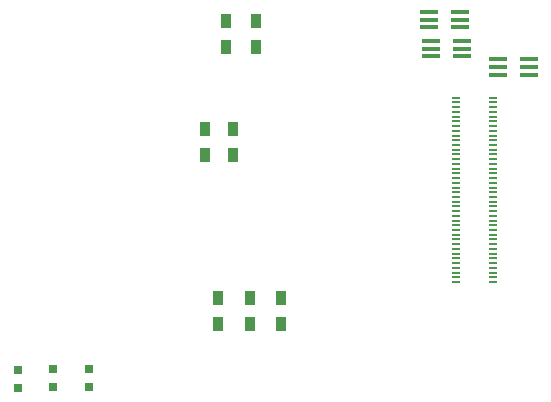
<source format=gtp>
G04 #@! TF.FileFunction,Paste,Top*
%FSLAX46Y46*%
G04 Gerber Fmt 4.6, Leading zero omitted, Abs format (unit mm)*
G04 Created by KiCad (PCBNEW 4.0.1-stable) date Tuesday, April 12, 2016 'PMt' 11:18:50 PM*
%MOMM*%
G01*
G04 APERTURE LIST*
%ADD10C,0.100000*%
%ADD11R,0.700000X0.200000*%
%ADD12R,1.501140X0.398780*%
%ADD13R,0.797560X0.797560*%
%ADD14R,0.900000X1.200000*%
G04 APERTURE END LIST*
D10*
D11*
X161190000Y-100200000D03*
X161190000Y-100600000D03*
X161190000Y-101000000D03*
X161190000Y-101400000D03*
X161190000Y-101800000D03*
X161190000Y-102200000D03*
X161190000Y-102600000D03*
X161190000Y-103000000D03*
X161190000Y-103400000D03*
X161190000Y-103800000D03*
X161190000Y-107800000D03*
X161190000Y-107400000D03*
X161190000Y-107000000D03*
X161190000Y-106600000D03*
X161190000Y-106200000D03*
X161190000Y-105800000D03*
X161190000Y-105400000D03*
X161190000Y-105000000D03*
X161190000Y-104600000D03*
X161190000Y-104200000D03*
X161190000Y-108200000D03*
X161190000Y-108600000D03*
X161190000Y-109000000D03*
X161190000Y-109400000D03*
X161190000Y-109800000D03*
X161190000Y-110200000D03*
X161190000Y-110600000D03*
X161190000Y-111000000D03*
X161190000Y-111400000D03*
X161190000Y-111800000D03*
X161190000Y-115800000D03*
X161190000Y-115400000D03*
X161190000Y-115000000D03*
X161190000Y-114600000D03*
X161190000Y-114200000D03*
X161190000Y-113800000D03*
X161190000Y-113400000D03*
X161190000Y-113000000D03*
X161190000Y-112600000D03*
X161190000Y-112200000D03*
X158110000Y-112200000D03*
X158110000Y-112600000D03*
X158110000Y-113000000D03*
X158110000Y-113400000D03*
X158110000Y-113800000D03*
X158110000Y-114200000D03*
X158110000Y-114600000D03*
X158110000Y-115000000D03*
X158110000Y-115400000D03*
X158110000Y-115800000D03*
X158110000Y-111800000D03*
X158110000Y-111400000D03*
X158110000Y-111000000D03*
X158110000Y-110600000D03*
X158110000Y-110200000D03*
X158110000Y-109800000D03*
X158110000Y-109400000D03*
X158110000Y-109000000D03*
X158110000Y-108600000D03*
X158110000Y-108200000D03*
X158110000Y-104200000D03*
X158110000Y-104600000D03*
X158110000Y-105000000D03*
X158110000Y-105400000D03*
X158110000Y-105800000D03*
X158110000Y-106200000D03*
X158110000Y-106600000D03*
X158110000Y-107000000D03*
X158110000Y-107400000D03*
X158110000Y-107800000D03*
X158110000Y-103800000D03*
X158110000Y-103400000D03*
X158110000Y-103000000D03*
X158110000Y-102600000D03*
X158110000Y-102200000D03*
X158110000Y-101800000D03*
X158110000Y-101400000D03*
X158110000Y-101000000D03*
X158110000Y-100600000D03*
X158110000Y-100200000D03*
D12*
X158461920Y-94250000D03*
X158461920Y-93599760D03*
X158461920Y-92949520D03*
X155800000Y-92949520D03*
X155800000Y-93599760D03*
X155800000Y-94250000D03*
X164300000Y-98250000D03*
X164300000Y-97599760D03*
X164300000Y-96949520D03*
X161638080Y-96949520D03*
X161638080Y-97599760D03*
X161638080Y-98250000D03*
X158611920Y-96700000D03*
X158611920Y-96049760D03*
X158611920Y-95399520D03*
X155950000Y-95399520D03*
X155950000Y-96049760D03*
X155950000Y-96700000D03*
D13*
X127000000Y-123151900D03*
X127000000Y-124650500D03*
X124000000Y-123164600D03*
X124000000Y-124663200D03*
X121000000Y-123250700D03*
X121000000Y-124749300D03*
D14*
X137922000Y-119362400D03*
X137922000Y-117162400D03*
X140620000Y-119390000D03*
X140620000Y-117190000D03*
X143256000Y-119395600D03*
X143256000Y-117195600D03*
X141200000Y-93710000D03*
X141200000Y-95910000D03*
X138600000Y-93700000D03*
X138600000Y-95900000D03*
X139190000Y-105020000D03*
X139190000Y-102820000D03*
X136870000Y-105010000D03*
X136870000Y-102810000D03*
M02*

</source>
